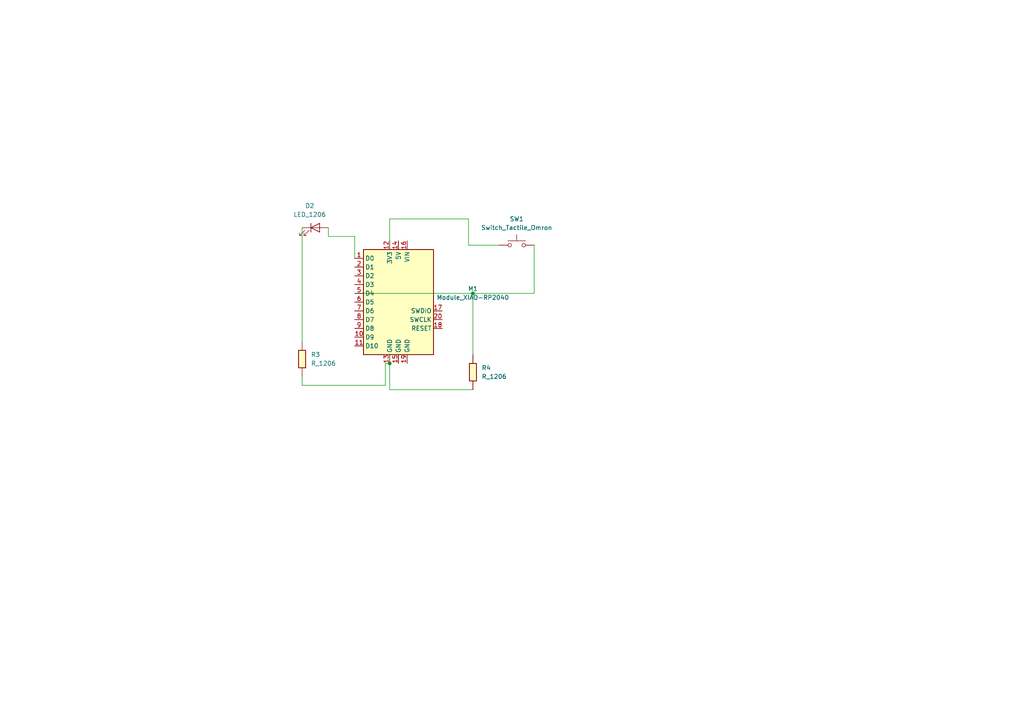
<source format=kicad_sch>
(kicad_sch (version 20250114) (generator "eeschema") (generator_version "9.0")
  (paper "A4")
  (lib_symbols
    (symbol "fab:LED_1206" (pin_numbers (hide yes)) (pin_names (offset 1.016) (hide yes))
      (property "Reference" "D" (at 0 2.54 0))
      (property "Value" "LED_1206" (at 0 -2.54 0))
      (symbol "LED_1206_0_1"
        (polyline (pts (xy -3.048 -0.762) (xy -4.572 -2.286) (xy -3.81 -2.286) (xy -4.572 -2.286) (xy -4.572 -1.524)))
        (polyline (pts (xy -1.778 -0.762) (xy -3.302 -2.286) (xy -2.54 -2.286) (xy -3.302 -2.286) (xy -3.302 -1.524)))
        (polyline (pts (xy -1.27 0) (xy 1.27 0)))
        (polyline (pts (xy -1.27 -1.27) (xy -1.27 1.27)) (stroke (width 0.2032)))
        (polyline (pts (xy 1.27 -1.27) (xy 1.27 1.27) (xy -1.27 0) (xy 1.27 -1.27)) (stroke (width 0.2032)))
      )
      (symbol "LED_1206_1_1"
        (pin passive line (at -3.81 0 0) (length 2.54) (name "K") (number "1"))
        (pin passive line (at 3.81 0 180) (length 2.54) (name "A") (number "2"))
      )
    )
    (symbol "fab:Module_XIAO-RP2040"
      (property "Reference" "M" (at -10.16 16.51 0))
      (property "Value" "Module_XIAO-RP2040" (at 3.81 16.51 0))
      (symbol "Module_XIAO-RP2040_1_1"
        (rectangle (start -10.16 15.24) (end 10.16 -15.24) (stroke (width 0.254)) (fill (type background)))
        (pin bidirectional line (at -12.7 12.7 0) (length 2.54) (name "D0") (number "1"))
        (pin bidirectional line (at -12.7 10.16 0) (length 2.54) (name "D1") (number "2"))
        (pin bidirectional line (at -12.7 7.62 0) (length 2.54) (name "D2") (number "3"))
        (pin bidirectional line (at -12.7 5.08 0) (length 2.54) (name "D3") (number "4"))
        (pin bidirectional line (at -12.7 2.54 0) (length 2.54) (name "D4") (number "5"))
        (pin bidirectional line (at -12.7 0 0) (length 2.54) (name "D5") (number "6"))
        (pin bidirectional line (at -12.7 -2.54 0) (length 2.54) (name "D6") (number "7"))
        (pin bidirectional line (at -12.7 -5.08 0) (length 2.54) (name "D7") (number "8"))
        (pin bidirectional line (at -12.7 -7.62 0) (length 2.54) (name "D8") (number "9"))
        (pin bidirectional line (at -12.7 -10.16 0) (length 2.54) (name "D9") (number "10"))
        (pin bidirectional line (at -12.7 -12.7 0) (length 2.54) (name "D10") (number "11"))
        (pin power_in line (at -2.54 17.78 270) (length 2.54) (name "3V3") (number "12"))
        (pin power_in line (at -2.54 -17.78 90) (length 2.54) (name "GND") (number "13"))
        (pin power_in line (at 0 17.78 270) (length 2.54) (name "5V") (number "14"))
        (pin power_in line (at 0 -17.78 90) (length 2.54) (name "GND") (number "15"))
        (pin power_in line (at 2.54 17.78 270) (length 2.54) (name "VIN") (number "16"))
        (pin power_in line (at 2.54 -17.78 90) (length 2.54) (name "GND") (number "19"))
        (pin bidirectional line (at 12.7 -2.54 180) (length 2.54) (name "SWDIO") (number "17"))
        (pin input line (at 12.7 -5.08 180) (length 2.54) (name "SWCLK") (number "20"))
        (pin input line (at 12.7 -7.62 180) (length 2.54) (name "RESET") (number "18"))
      )
    )
    (symbol "fab:R_1206" (pin_numbers (hide yes)) (pin_names (offset 0))
      (property "Reference" "R" (at 2.54 0 90))
      (property "Value" "R_1206" (at -2.54 0 90))
      (symbol "R_1206_0_1"
        (rectangle (start -1.016 -2.54) (end 1.016 2.54) (stroke (width 0.254)) (fill (type background)))
      )
      (symbol "R_1206_1_1"
        (pin passive line (at 0 5.08 270) (length 2.54) (name "~") (number "1"))
        (pin passive line (at 0 -5.08 90) (length 2.54) (name "~") (number "2"))
      )
    )
    (symbol "fab:Switch_Tactile_Omron" (pin_numbers (hide yes)) (pin_names (offset 1.016) (hide yes))
      (property "Reference" "SW" (at 1.27 2.54 0))
      (property "Value" "Switch_Tactile_Omron" (at 0 -1.524 0))
      (symbol "Switch_Tactile_Omron_0_1"
        (circle (center -2.032 0) (radius 0.508))
        (polyline (pts (xy 0 1.27) (xy 0 3.048)))
        (circle (center 2.032 0) (radius 0.508))
        (polyline (pts (xy 2.54 1.27) (xy -2.54 1.27)))
        (pin passive line (at -5.08 0 0) (length 2.54) (name "1") (number "1"))
        (pin passive line (at 5.08 0 180) (length 2.54) (name "2") (number "2"))
      )
    )
  )
  (junction (at 113.03 105.41))
  (junction (at 137.16 85.09))
  (wire (pts (xy 137.16 85.09) (xy 137.16 102.87)))
  (wire (pts (xy 111.76 105.41) (xy 113.03 105.41)))
  (wire (pts (xy 87.63 109.22) (xy 87.63 111.76)))
  (wire (pts (xy 135.89 63.5) (xy 113.03 63.5)))
  (wire (pts (xy 137.16 113.03) (xy 113.03 113.03)))
  (wire (pts (xy 135.89 71.12) (xy 135.89 63.5)))
  (wire (pts (xy 102.87 68.58) (xy 102.87 74.93)))
  (wire (pts (xy 144.78 71.12) (xy 135.89 71.12)))
  (wire (pts (xy 111.76 111.76) (xy 111.76 105.41)))
  (wire (pts (xy 113.03 63.5) (xy 113.03 69.85)))
  (wire (pts (xy 113.03 105.41) (xy 113.03 113.03)))
  (wire (pts (xy 87.63 111.76) (xy 111.76 111.76)))
  (wire (pts (xy 102.87 85.09) (xy 137.16 85.09)))
  (wire (pts (xy 95.25 66.04) (xy 95.25 68.58)))
  (wire (pts (xy 95.25 68.58) (xy 102.87 68.58)))
  (wire (pts (xy 137.16 85.09) (xy 154.94 85.09)))
  (wire (pts (xy 87.63 66.04) (xy 87.63 99.06)))
  (wire (pts (xy 154.94 71.12) (xy 154.94 85.09)))
  (symbol (lib_id "fab:Switch_Tactile_Omron") (at 149.86 71.12 0) (unit 1)
    (property "Reference" "SW1" (at 149.86 63.5 0))
    (property "Value" "Switch_Tactile_Omron" (at 149.86 66.04 0))
    (property "Footprint" "fab:Button_Omron_B3SN_6.0x6.0mm" (effects (hide yes)))
    (property "Datasheet" "https://omronfs.omron.com/en_US/ecb/products/pdf/en-b3sn.pdf" (effects (hide yes)))
    (property "Description" "Push button switch, Omron, B3SN, Sealed Tactile Switch (SMT), SPST-NO Top Actuated Surface Mount" (effects (hide yes)))
  )
  (symbol (lib_id "fab:R_1206") (at 137.16 107.95 0) (unit 1)
    (property "Reference" "R4" (at 139.7 106.6799 0) (effects (justify left)))
    (property "Value" "R_1206" (at 139.7 109.2199 0) (effects (justify left)))
    (property "Footprint" "fab:R_1206" (effects (hide yes)))
    (property "Description" "Resistor" (effects (hide yes)))
  )
  (symbol (lib_id "fab:LED_1206") (at 91.44 66.04 0) (unit 1)
    (property "Reference" "D2" (at 89.8398 59.69 0))
    (property "Value" "LED_1206" (at 89.8398 62.23 0))
    (property "Footprint" "fab:LED_1206" (effects (hide yes)))
    (property "Datasheet" "https://optoelectronics.liteon.com/upload/download/DS-22-98-0002/LTST-C150CKT.pdf" (effects (hide yes)))
    (property "Description" "Light emitting diode, Lite-On Inc. LTST, SMD" (effects (hide yes)))
  )
  (symbol (lib_id "fab:Module_XIAO-RP2040") (at 115.57 87.63 0) (unit 1)
    (property "Reference" "M1" (at 137.16 83.7498 0))
    (property "Value" "Module_XIAO-RP2040" (at 137.16 86.2898 0))
    (property "Footprint" "fab:SeeedStudio_XIAO_RP2040" (effects (hide yes)))
    (property "Datasheet" "https://wiki.seeedstudio.com/XIAO-RP2040/" (effects (hide yes)))
    (property "Description" "RP2040 XIAO RP2040 - ARM® Cortex®-M0+ MCU 32-Bit Embedded Evaluation Board" (effects (hide yes)))
  )
  (symbol (lib_id "fab:R_1206") (at 87.63 104.14 0) (unit 1)
    (property "Reference" "R3" (at 90.17 102.8699 0) (effects (justify left)))
    (property "Value" "R_1206" (at 90.17 105.4099 0) (effects (justify left)))
    (property "Footprint" "fab:R_1206" (effects (hide yes)))
    (property "Description" "Resistor" (effects (hide yes)))
  )
)
</source>
